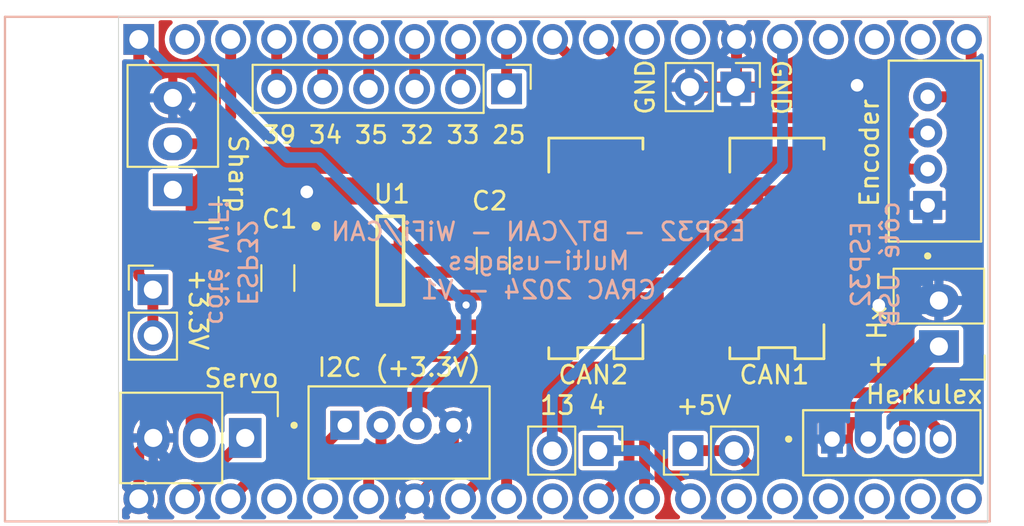
<source format=kicad_pcb>
(kicad_pcb (version 20221018) (generator pcbnew)
  (layers (0 "F.Cu" signal "Top Layer") (31 "B.Cu" signal "Bottom Layer") (34 "B.Paste" user "Bottom Paste") (35 "F.Paste" user "Top Paste") (36 "B.SilkS" user "Bottom Overlay") (37 "F.SilkS" user "Top Overlay") (38 "B.Mask" user "Bottom Solder") (39 "F.Mask" user "Top Solder") (44 "Edge.Cuts" user))
  (property "DOCUMENTNUMBER" "V0")
  (property "PAGESETUP" "Record=PageOptions¦CenterHorizontal=True¦CenterVertical=True¦PrintScale=0.91¦XCorrection=1.00¦YCorrection=1.00¦PrintKind=1¦BorderSize=5000000¦LeftOffset=0¦BottomOffset=0¦Orientation=2¦PaperLength=1000¦PaperWidth=1000¦Scale=100¦PaperSource=7¦PrintQuality=-3¦MediaType=1¦DitherType=10¦PrintScaleMode=1¦PaperKind=Letter¦PaperIndex=1")
  (property "PROJECT" "CaptCouleur")
  (property "SHEETTOTAL" "1")
  (net 0 "")
  (net 1 "+3,3")
  (net 2 "/CAN_L")
  (net 3 "/CAN_H")
  (net 4 "E5V")
  (net 5 "GND")
  (net 6 "/TX CAN")
  (net 7 "/RX CAN")
  (net 23 "/Sharp")
  (net 24 "/B")
  (net 25 "/A")
  (net 26 "/SCL")
  (net 27 "/SDA")
  (net 28 "/TX")
  (net 29 "/RX")
  (net 30 "/V_Hx")
  (net 31 "/Servo")
  (net 32 "/IO13")
  (net 33 "/39")
  (net 34 "/34")
  (net 35 "/35")
  (net 36 "/32")
  (net 37 "/33")
  (net 38 "/25")
  (net 39 "/IO4")
  (footprint "Connector_PinHeader_2.54mm:PinHeader_1x02_P2.54mm_Vertical" (layer "F.Cu") (at 139.2177 116.2636 90)
    (fp_text reference "J7" hide)
    (fp_text value "+5V" (at 2.5 0.875 180) (layer "F.SilkS"))
    (fp_line (start -1.33 -1.33) (end 0 -1.33) (stroke (width 0.12)) (layer "F.SilkS"))
    (fp_line (start -1.33 0) (end -1.33 -1.33) (stroke (width 0.12)) (layer "F.SilkS"))
    (fp_line (start -1.33 1.27) (end -1.33 3.87) (stroke (width 0.12)) (layer "F.SilkS"))
    (fp_line (start -1.33 1.27) (end 1.33 1.27) (stroke (width 0.12)) (layer "F.SilkS"))
    (fp_line (start -1.33 3.87) (end 1.33 3.87) (stroke (width 0.12)) (layer "F.SilkS"))
    (fp_line (start 1.33 1.27) (end 1.33 3.87) (stroke (width 0.12)) (layer "F.SilkS"))
    (pad "1" thru_hole rect (at 0 0 90) (size 1.7 1.7) (drill 1) (layers "*.Cu" "*.Mask") (net 4 "E5V"))
    (pad "2" thru_hole oval (at 0 2.54 90) (size 1.7 1.7) (drill 1) (layers "*.Cu" "*.Mask") (net 4 "E5V"))
  )
  (footprint "Capacitor_SMD:C_1206_3216Metric_Pad1.33x1.80mm_HandSolder" (layer "F.Cu") (at 116.559631 106.7223 -90)
    (fp_text reference "C1" (at -3.2625 -0.1) (layer "F.SilkS"))
    (fp_text value "100nF" hide)
    (fp_line (start -0.711252 -0.91) (end 0.711252 -0.91) (stroke (width 0.12)) (layer "F.SilkS"))
    (fp_line (start -0.711252 0.91) (end 0.711252 0.91) (stroke (width 0.12)) (layer "F.SilkS"))
    (pad "1" smd roundrect (at -1.5625 0 270) (size 1.325 1.8) (layers "F.Cu" "F.Paste" "F.Mask") (roundrect_rratio 0.1886792453) (net 5 "GND"))
    (pad "2" smd roundrect (at 1.5625 0 270) (size 1.325 1.8) (layers "F.Cu" "F.Paste" "F.Mask") (roundrect_rratio 0.1886792453) (net 4 "E5V"))
  )
  (footprint "Capacitor_SMD:C_1206_3216Metric_Pad1.33x1.80mm_HandSolder" (layer "F.Cu") (at 128.459631 105.7598 -90)
    (fp_text reference "C2" (at -3.3 0.2) (layer "F.SilkS"))
    (fp_text value "100nF" hide)
    (fp_line (start -0.711252 -0.91) (end 0.711252 -0.91) (stroke (width 0.12)) (layer "F.SilkS"))
    (fp_line (start -0.711252 0.91) (end 0.711252 0.91) (stroke (width 0.12)) (layer "F.SilkS"))
    (pad "1" smd roundrect (at -1.5625 0 270) (size 1.325 1.8) (layers "F.Cu" "F.Paste" "F.Mask") (roundrect_rratio 0.1886792453) (net 5 "GND"))
    (pad "2" smd roundrect (at 1.5625 0 270) (size 1.325 1.8) (layers "F.Cu" "F.Paste" "F.Mask") (roundrect_rratio 0.1886792453) (net 1 "+3,3"))
  )
  (footprint "0_FootprintGe2:SEEED_110990030" (layer "F.Cu") (at 123.2577 114.8636)
    (fp_text reference "J3" hide)
    (fp_text value "I2C (+3.3V)" (at 0 -3.2) (layer "F.SilkS"))
    (fp_line (start -5 -2.15) (end 5 -2.15) (stroke (width 0.127)) (layer "F.SilkS"))
    (fp_line (start -5 2.95) (end -5 -2.15) (stroke (width 0.127)) (layer "F.SilkS"))
    (fp_line (start 5 -2.15) (end 5 2.95) (stroke (width 0.127)) (layer "F.SilkS"))
    (fp_line (start 5 2.95) (end -5 2.95) (stroke (width 0.127)) (layer "F.SilkS"))
    (fp_circle (center -5.8 0) (end -5.7 0) (stroke (width 0.2)) (fill none) (layer "F.SilkS"))
    (pad "1" thru_hole rect (at -3 0) (size 1.6 1.6) (drill 0.8) (layers "*.Cu" "*.Mask") (net 26 "/SCL"))
    (pad "2" thru_hole circle (at -1 0) (size 1.6 1.6) (drill 0.8) (layers "*.Cu" "*.Mask") (net 27 "/SDA"))
    (pad "3" thru_hole circle (at 1 0) (size 1.6 1.6) (drill 0.8) (layers "*.Cu" "*.Mask") (net 1 "+3,3"))
    (pad "4" thru_hole circle (at 3 0) (size 1.6 1.6) (drill 0.8) (layers "*.Cu" "*.Mask") (net 5 "GND"))
  )
  (footprint "C:_ProgramData_Altium_Altium Designer {91CCA5E7-F8A9-4A8E-AA86-1D88F44FA42C}_VaultsFileCache_B7D15EC3-160A-466F-A46C-7801FE6295A7_FB88017A-93AF-48E0-A4ED-AC0901C9B691_Released_FP-C04-057-SN-IPC_A.PcbLib_FP-C04-057-SN-IPC_A" (layer "F.Cu") (at 122.775231 105.7586)
    (fp_text reference "U1" (at -1.0156 -3.0988 unlocked) (layer "F.SilkS") (effects (justify left bottom)))
    (fp_text value "MCP2562FDT-E/SN" hide)
    (fp_line (start -0.728998 -2.45) (end 0.728998 -2.45) (stroke (width 0.2)) (layer "F.SilkS"))
    (fp_line (start -0.728998 2.45) (end -0.728998 -2.45) (stroke (width 0.2)) (layer "F.SilkS"))
    (fp_line (start -0.728998 2.45) (end 0.728998 2.45) (stroke (width 0.2)) (layer "F.SilkS"))
    (fp_line (start 0.728998 2.45) (end 0.728998 -2.45) (stroke (width 0.2)) (layer "F.SilkS"))
    (fp_circle (center -4.106065 -1.905) (end -4.106065 -2.03) (stroke (width 0.25)) (fill none) (layer "F.SilkS"))
    (pad "1" smd rect (at -2.417531 -1.905) (size 2.377069 0.622132) (layers "F.Cu" "F.Paste" "F.Mask") (net 6 "/TX CAN"))
    (pad "2" smd roundrect (at -2.417531 -0.635) (size 2.377069 0.622132) (layers "F.Cu" "F.Paste" "F.Mask") (roundrect_rratio 0.5) (net 5 "GND"))
    (pad "3" smd roundrect (at -2.417531 0.635) (size 2.377069 0.622132) (layers "F.Cu" "F.Paste" "F.Mask") (roundrect_rratio 0.5) (net 4 "E5V"))
    (pad "4" smd roundrect (at -2.417531 1.905) (size 2.377069 0.622132) (layers "F.Cu" "F.Paste" "F.Mask") (roundrect_rratio 0.5) (net 7 "/RX CAN"))
    (pad "5" smd roundrect (at 2.417531 1.905) (size 2.377069 0.622132) (layers "F.Cu" "F.Paste" "F.Mask") (roundrect_rratio 0.5) (net 1 "+3,3"))
    (pad "6" smd roundrect (at 2.417531 0.635) (size 2.377069 0.622132) (layers "F.Cu" "F.Paste" "F.Mask") (roundrect_rratio 0.5) (net 2 "/CAN_L"))
    (pad "7" smd roundrect (at 2.417531 -0.635) (size 2.377069 0.622132) (layers "F.Cu" "F.Paste" "F.Mask") (roundrect_rratio 0.5) (net 3 "/CAN_H"))
    (pad "8" smd roundrect (at 2.417531 -1.905) (size 2.377069 0.622132) (layers "F.Cu" "F.Paste" "F.Mask") (roundrect_rratio 0.5) (net 5 "GND"))
  )
  (footprint "micromatch 8P.PcbLib:MM 8 CMS F" (layer "F.Cu") (at 131.876635 109.528808 -90)
    (fp_text reference "JP2" hide)
    (fp_text value "CAN2" (at 3.134792 -0.081065 unlocked) (layer "F.SilkS") (effects (justify left bottom)))
    (fp_line (start -10.545 0.349999) (end -10.545 -4.850001) (stroke (width 0.1524)) (layer "F.SilkS"))
    (fp_line (start -9.9314 -4.850001) (end -10.545 -4.850001) (stroke (width 0.1524)) (layer "F.SilkS"))
    (fp_line (start -8.6614 0.349999) (end -10.545 0.349999) (stroke (width 0.1524)) (layer "F.SilkS"))
    (fp_line (start 1.0414 -1.25) (end 1.0414 -3.250001) (stroke (width 0.1524)) (layer "F.SilkS"))
    (fp_line (start 1.655001 -4.850001) (end -0.2286 -4.850001) (stroke (width 0.1524)) (layer "F.SilkS"))
    (fp_line (start 1.655001 -3.250001) (end 1.0414 -3.250001) (stroke (width 0.1524)) (layer "F.SilkS"))
    (fp_line (start 1.655001 -3.250001) (end 1.655001 -4.850001) (stroke (width 0.1524)) (layer "F.SilkS"))
    (fp_line (start 1.655001 -1.25) (end 1.0414 -1.25) (stroke (width 0.1524)) (layer "F.SilkS"))
    (fp_line (start 1.655001 0.349999) (end 1.0414 0.349999) (stroke (width 0.1524)) (layer "F.SilkS"))
    (fp_line (start 1.655001 0.349999) (end 1.655001 -1.25) (stroke (width 0.1524)) (layer "F.SilkS"))
    (pad "1" smd rect (at 0 0 270) (size 1.5 3) (layers "F.Cu" "F.Paste" "F.Mask") (net 4 "E5V"))
    (pad "2" smd rect (at -1.27 -4.500001 270) (size 1.5 3) (layers "F.Cu" "F.Paste" "F.Mask") (net 5 "GND"))
    (pad "3" smd rect (at -2.54 0 270) (size 1.5 3) (layers "F.Cu" "F.Paste" "F.Mask") (net 2 "/CAN_L"))
    (pad "4" smd rect (at -3.81 -4.500001 270) (size 1.5 3) (layers "F.Cu" "F.Paste" "F.Mask") (net 3 "/CAN_H"))
    (pad "5" smd rect (at -5.08 0 270) (size 1.5 3) (layers "F.Cu" "F.Paste" "F.Mask") (net 3 "/CAN_H"))
    (pad "6" smd rect (at -6.35 -4.500001 270) (size 1.5 3) (layers "F.Cu" "F.Paste" "F.Mask") (net 2 "/CAN_L"))
    (pad "7" smd rect (at -7.62 0 270) (size 1.499997 3) (layers "F.Cu" "F.Paste" "F.Mask") (net 5 "GND"))
    (pad "8" smd rect (at -8.89 -4.500001 270) (size 1.499997 3) (layers "F.Cu" "F.Paste" "F.Mask") (net 4 "E5V"))
  )
  (footprint "Connector_PinHeader_2.54mm:PinHeader_1x02_P2.54mm_Vertical" (layer "F.Cu") (at 134.2577 116.2636 -90)
    (fp_text reference "J9" hide)
    (fp_text value "13 4" (at -2.5 1.4) (layer "F.SilkS"))
    (fp_line (start -1.33 -1.33) (end 0 -1.33) (stroke (width 0.12)) (layer "F.SilkS"))
    (fp_line (start -1.33 0) (end -1.33 -1.33) (stroke (width 0.12)) (layer "F.SilkS"))
    (fp_line (start -1.33 1.27) (end -1.33 3.87) (stroke (width 0.12)) (layer "F.SilkS"))
    (fp_line (start -1.33 1.27) (end 1.33 1.27) (stroke (width 0.12)) (layer "F.SilkS"))
    (fp_line (start -1.33 3.87) (end 1.33 3.87) (stroke (width 0.12)) (layer "F.SilkS"))
    (fp_line (start 1.33 1.27) (end 1.33 3.87) (stroke (width 0.12)) (layer "F.SilkS"))
    (pad "1" thru_hole rect (at 0 0 270) (size 1.7 1.7) (drill 1) (layers "*.Cu" "*.Mask") (net 39 "/IO4"))
    (pad "2" thru_hole oval (at 0 2.54 270) (size 1.7 1.7) (drill 1) (layers "*.Cu" "*.Mask") (net 32 "/IO13"))
  )
  (footprint "Connector_PinHeader_2.54mm:PinHeader_1x02_P2.54mm_Vertical" (layer "F.Cu") (at 109.6577 107.3636)
    (fp_text reference "J8" hide)
    (fp_text value "+3.3V" (at 2.5 1.1 -90 unlocked) (layer "F.SilkS"))
    (fp_line (start -1.33 -1.33) (end 0 -1.33) (stroke (width 0.12)) (layer "F.SilkS"))
    (fp_line (start -1.33 0) (end -1.33 -1.33) (stroke (width 0.12)) (layer "F.SilkS"))
    (fp_line (start -1.33 1.27) (end -1.33 3.87) (stroke (width 0.12)) (layer "F.SilkS"))
    (fp_line (start -1.33 1.27) (end 1.33 1.27) (stroke (width 0.12)) (layer "F.SilkS"))
    (fp_line (start -1.33 3.87) (end 1.33 3.87) (stroke (width 0.12)) (layer "F.SilkS"))
    (fp_line (start 1.33 1.27) (end 1.33 3.87) (stroke (width 0.12)) (layer "F.SilkS"))
    (pad "1" thru_hole rect (at 0 0) (size 1.7 1.7) (drill 1) (layers "*.Cu" "*.Mask") (net 1 "+3,3"))
    (pad "2" thru_hole oval (at 0 2.54) (size 1.7 1.7) (drill 1) (layers "*.Cu" "*.Mask") (net 1 "+3,3"))
  )
  (footprint "FootprintGamelGe2_v6:Autocom3" (layer "F.Cu") (at 110.7577 101.8436 180)
    (fp_text reference "J10" hide)
    (fp_text value "Sharp" (at -3.6 0.88 270 unlocked) (layer "F.SilkS"))
    (fp_line (start -2.53 -1.8) (end -1.2 -1.8) (stroke (width 0.12)) (layer "F.SilkS"))
    (fp_line (start -2.53 -0.4) (end -2.53 -1.73) (stroke (width 0.12)) (layer "F.SilkS"))
    (fp_line (start -2.5 1.27) (end -2.5 6.9) (stroke (width 0.12)) (layer "F.SilkS"))
    (fp_line (start -2.5 1.27) (end 2.5 1.27) (stroke (width 0.12)) (layer "F.SilkS"))
    (fp_line (start -2.5 6.9) (end 2.5 6.9) (stroke (width 0.12)) (layer "F.SilkS"))
    (fp_line (start 2.5 1.27) (end 2.5 6.9) (stroke (width 0.12)) (layer "F.SilkS"))
    (pad "1" thru_hole rect (at 0 0 180) (size 2.2 1.8) (drill 1) (layers "*.Cu" "*.Mask") (net 4 "E5V"))
    (pad "2" thru_hole oval (at 0 2.54 180) (size 2.2 1.8) (drill 1) (layers "*.Cu" "*.Mask") (net 23 "/Sharp"))
    (pad "3" thru_hole oval (at 0 5.08 180) (size 2.2 1.8) (drill 1) (layers "*.Cu" "*.Mask") (net 5 "GND"))
  )
  (footprint "FootprintGamelGe2_v6:Autocom2" (layer "F.Cu") (at 153.076635 110.5061 180)
    (fp_text reference "J5" hide)
    (fp_text value "+ Hx -" (at 3.418935 1.305208 90) (layer "F.SilkS"))
    (fp_line (start -2.53 -1.83) (end -1.2 -1.83) (stroke (width 0.12)) (layer "F.SilkS"))
    (fp_line (start -2.53 -0.5) (end -2.53 -1.83) (stroke (width 0.12)) (layer "F.SilkS"))
    (fp_line (start -2.5 1.27) (end 2.5 1.27) (stroke (width 0.12)) (layer "F.SilkS"))
    (fp_line (start -2.5 1.3) (end -2.5 4.3) (stroke (width 0.12)) (layer "F.SilkS"))
    (fp_line (start -2.5 4.3) (end 2.5 4.3) (stroke (width 0.12)) (layer "F.SilkS"))
    (fp_line (start 2.5 1.27) (end 2.5 4.3) (stroke (width 0.12)) (layer "F.SilkS"))
    (pad "1" thru_hole rect (at 0 0 180) (size 2.2 1.8) (drill 1) (layers "*.Cu" "*.Mask") (net 30 "/V_Hx"))
    (pad "2" thru_hole oval (at 0 2.54 180) (size 2.2 1.8) (drill 1) (layers "*.Cu" "*.Mask") (net 5 "GND"))
  )
  (footprint "FootprintGamelGe2_v6:Autocom3" (layer "F.Cu") (at 114.7577 115.5636 -90)
    (fp_text reference "J6" hide)
    (fp_text value "Servo" (at -3.3 0.2 -180) (layer "F.SilkS"))
    (fp_line (start -2.53 -1.8) (end -1.2 -1.8) (stroke (width 0.12)) (layer "F.SilkS"))
    (fp_line (start -2.53 -0.4) (end -2.53 -1.73) (stroke (width 0.12)) (layer "F.SilkS"))
    (fp_line (start -2.5 1.27) (end -2.5 6.9) (stroke (width 0.12)) (layer "F.SilkS"))
    (fp_line (start -2.5 1.27) (end 2.5 1.27) (stroke (width 0.12)) (layer "F.SilkS"))
    (fp_line (start -2.5 6.9) (end 2.5 6.9) (stroke (width 0.12)) (layer "F.SilkS"))
    (fp_line (start 2.5 1.27) (end 2.5 6.9) (stroke (width 0.12)) (layer "F.SilkS"))
    (pad "1" thru_hole rect (at 0 0 270) (size 2.2 1.8) (drill 1) (layers "*.Cu" "*.Mask") (net 31 "/Servo"))
    (pad "2" thru_hole oval (at 0 2.54 270) (size 2.2 1.8) (drill 1) (layers "*.Cu" "*.Mask") (net 4 "E5V"))
    (pad "3" thru_hole oval (at 0 5.08 270) (size 2.2 1.8) (drill 1) (layers "*.Cu" "*.Mask") (net 5 "GND"))
  )
  (footprint "micromatch 8P.PcbLib:MM 8 CMS F" (layer "F.Cu") (at 141.876635 109.528808 -90)
    (fp_text reference "JP1" hide)
    (fp_text value "CAN1" (at 3.134792 -0.081065 unlocked) (layer "F.SilkS") (effects (justify left bottom)))
    (fp_line (start -10.545 0.349999) (end -10.545 -4.850001) (stroke (width 0.1524)) (layer "F.SilkS"))
    (fp_line (start -9.9314 -4.850001) (end -10.545 -4.850001) (stroke (width 0.1524)) (layer "F.SilkS"))
    (fp_line (start -8.6614 0.349999) (end -10.545 0.349999) (stroke (width 0.1524)) (layer "F.SilkS"))
    (fp_line (start 1.0414 -1.25) (end 1.0414 -3.250002) (stroke (width 0.1524)) (layer "F.SilkS"))
    (fp_line (start 1.655001 -4.850001) (end -0.2286 -4.850001) (stroke (width 0.1524)) (layer "F.SilkS"))
    (fp_line (start 1.655001 -3.250002) (end 1.0414 -3.250002) (stroke (width 0.1524)) (layer "F.SilkS"))
    (fp_line (start 1.655001 -3.250002) (end 1.655001 -4.850001) (stroke (width 0.1524)) (layer "F.SilkS"))
    (fp_line (start 1.655001 -1.25) (end 1.0414 -1.25) (stroke (width 0.1524)) (layer "F.SilkS"))
    (fp_line (start 1.655001 0.349999) (end 1.0414 0.349999) (stroke (width 0.1524)) (layer "F.SilkS"))
    (fp_line (start 1.655001 0.349999) (end 1.655001 -1.25) (stroke (width 0.1524)) (layer "F.SilkS"))
    (pad "1" smd rect (at 0 0 270) (size 1.5 3) (layers "F.Cu" "F.Paste" "F.Mask") (net 4 "E5V"))
    (pad "2" smd rect (at -1.27 -4.500002 270) (size 1.5 3) (layers "F.Cu" "F.Paste" "F.Mask") (net 5 "GND"))
    (pad "3" smd rect (at -2.54 0 270) (size 1.5 3) (layers "F.Cu" "F.Paste" "F.Mask") (net 2 "/CAN_L"))
    (pad "4" smd rect (at -3.81 -4.500002 270) (size 1.5 3) (layers "F.Cu" "F.Paste" "F.Mask") (net 3 "/CAN_H"))
    (pad "5" smd rect (at -5.08 0 270) (size 1.5 3) (layers "F.Cu" "F.Paste" "F.Mask") (net 3 "/CAN_H"))
    (pad "6" smd rect (at -6.35 -4.500002 270) (size 1.5 3) (layers "F.Cu" "F.Paste" "F.Mask") (net 2 "/CAN_L"))
    (pad "7" smd rect (at -7.62 0 270) (size 1.499997 3) (layers "F.Cu" "F.Paste" "F.Mask") (net 5 "GND"))
    (pad "8" smd rect (at -8.89 -4.500002 270) (size 1.499997 3) (layers "F.Cu" "F.Paste" "F.Mask") (net 4 "E5V"))
  )
  (footprint "0_FootprintGe2:TE_292161-4" (layer "F.Cu") (at 147.176635 115.628808)
    (fp_text reference "J4" hide)
    (fp_text value "Herkulex" (at 5.081065 -2.465208) (layer "F.SilkS"))
    (fp_line (start -1.6 2) (end -1.6 -1.6) (stroke (width 0.127)) (layer "F.SilkS"))
    (fp_line (start 8.2 -1.6) (end -1.6 -1.6) (stroke (width 0.127)) (layer "F.SilkS"))
    (fp_line (start 8.2 -1.6) (end 8.2 2) (stroke (width 0.127)) (layer "F.SilkS"))
    (fp_line (start 8.2 2) (end -1.6 2) (stroke (width 0.127)) (layer "F.SilkS"))
    (fp_circle (center -2.4 0) (end -2.3 0) (stroke (width 0.2)) (fill none) (layer "F.SilkS"))
    (pad "1" thru_hole rect (at 0 0) (size 1.2 1.6) (drill 0.85) (layers "*.Cu" "*.Mask") (net 5 "GND"))
    (pad "2" thru_hole oval (at 2 0) (size 1.2 1.6) (drill 0.85) (layers "*.Cu" "*.Mask") (net 30 "/V_Hx"))
    (pad "3" thru_hole oval (at 4 0) (size 1.2 1.6) (drill 0.85) (layers "*.Cu" "*.Mask") (net 29 "/RX"))
    (pad "4" thru_hole oval (at 6 0) (size 1.2 1.6) (drill 0.85) (layers "*.Cu" "*.Mask") (net 28 "/TX"))
  )
  (footprint "Connector_PinHeader_2.54mm:PinHeader_1x06_P2.54mm_Vertical" (layer "F.Cu") (at 129.1977 96.2636 -90)
    (fp_text reference "J1" hide)
    (fp_text value "Conn_01x06" hide)
    (fp_line (start -1.33 -1.33) (end 0 -1.33) (stroke (width 0.12)) (layer "F.SilkS"))
    (fp_line (start -1.33 0) (end -1.33 -1.33) (stroke (width 0.12)) (layer "F.SilkS"))
    (fp_line (start -1.33 1.27) (end -1.33 14.03) (stroke (width 0.12)) (layer "F.SilkS"))
    (fp_line (start -1.33 1.27) (end 1.33 1.27) (stroke (width 0.12)) (layer "F.SilkS"))
    (fp_line (start -1.33 14.03) (end 1.33 14.03) (stroke (width 0.12)) (layer "F.SilkS"))
    (fp_line (start 1.33 1.27) (end 1.33 14.03) (stroke (width 0.12)) (layer "F.SilkS"))
    (pad "1" thru_hole rect (at 0 0 270) (size 1.7 1.7) (drill 1) (layers "*.Cu" "*.Mask") (net 38 "/25"))
    (pad "2" thru_hole oval (at 0 2.54 270) (size 1.7 1.7) (drill 1) (layers "*.Cu" "*.Mask") (net 37 "/33"))
    (pad "3" thru_hole oval (at 0 5.08 270) (size 1.7 1.7) (drill 1) (layers "*.Cu" "*.Mask") (net 36 "/32"))
    (pad "4" thru_hole oval (at 0 7.62 270) (size 1.7 1.7) (drill 1) (layers "*.Cu" "*.Mask") (net 35 "/35"))
    (pad "5" thru_hole oval (at 0 10.16 270) (size 1.7 1.7) (drill 1) (layers "*.Cu" "*.Mask") (net 34 "/34"))
    (pad "6" thru_hole oval (at 0 12.7 270) (size 1.7 1.7) (drill 1) (layers "*.Cu" "*.Mask") (net 33 "/39"))
  )
  (footprint "Connector_PinHeader_2.54mm:PinHeader_1x02_P2.54mm_Vertical" (layer "F.Cu") (at 141.8577 96.1636 -90)
    (fp_text reference "J11" hide)
    (fp_text value "GND" (at 0 5 90 unlocked) (layer "F.SilkS"))
    (fp_line (start -1.33 -1.33) (end 0 -1.33) (stroke (width 0.12)) (layer "F.SilkS"))
    (fp_line (start -1.33 0) (end -1.33 -1.33) (stroke (width 0.12)) (layer "F.SilkS"))
    (fp_line (start -1.33 1.27) (end -1.33 3.87) (stroke (width 0.12)) (layer "F.SilkS"))
    (fp_line (start -1.33 1.27) (end 1.33 1.27) (stroke (width 0.12)) (layer "F.SilkS"))
    (fp_line (start -1.33 3.87) (end 1.33 3.87) (stroke (width 0.12)) (layer "F.SilkS"))
    (fp_line (start 1.33 1.27) (end 1.33 3.87) (stroke (width 0.12)) (layer "F.SilkS"))
    (pad "1" thru_hole rect (at 0 0 270) (size 1.7 1.7) (drill 1) (layers "*.Cu" "*.Mask") (net 5 "GND"))
    (pad "2" thru_hole oval (at 0 2.54 270) (size 1.7 1.7) (drill 1) (layers "*.Cu" "*.Mask") (net 5 "GND"))
  )
  (footprint "0_FootprintGe2:SEEED_110990030" (layer "F.Cu") (at 152.4577 99.7011 90)
    (fp_text reference "J2" hide)
    (fp_text value "Encoder" (at -0.1 -3.217004 90) (layer "F.SilkS"))
    (fp_line (start -5 -2.15) (end 5 -2.15) (stroke (width 0.127)) (layer "F.SilkS"))
    (fp_line (start -5 2.95) (end -5 -2.15) (stroke (width 0.127)) (layer "F.SilkS"))
    (fp_line (start 5 -2.15) (end 5 2.95) (stroke (width 0.127)) (layer "F.SilkS"))
    (fp_line (start 5 2.95) (end -5 2.95) (stroke (width 0.127)) (layer "F.SilkS"))
    (fp_circle (center -5.8 0) (end -5.7 0) (stroke (width 0.2)) (fill none) (layer "F.SilkS"))
    (pad "1" thru_hole rect (at -3 0 90) (size 1.6 1.6) (drill 0.8) (layers "*.Cu" "*.Mask") (net 5 "GND"))
    (pad "2" thru_hole circle (at -1 0 90) (size 1.6 1.6) (drill 0.8) (layers "*.Cu" "*.Mask") (net 24 "/B"))
    (pad "3" thru_hole circle (at 1 0 90) (size 1.6 1.6) (drill 0.8) (layers "*.Cu" "*.Mask") (net 25 "/A"))
    (pad "4" thru_hole circle (at 3 0 90) (size 1.6 1.6) (drill 0.8) (layers "*.Cu" "*.Mask") (net 4 "E5V"))
  )
  (footprint "0_FootprintGe2:MODULE_ESP32-DEVKITC-32D" (layer "B.Cu") (at 128.636635 106.228808 -90)
    (fp_text reference "U2" hide)
    (fp_text value "ESP32-DEVKITC-32D")
    (fp_line (start -13.95 -27.25) (end -13.95 27.15) (stroke (width 0.127)) (layer "B.SilkS"))
    (fp_line (start -13.95 27.15) (end 13.95 27.15) (stroke (width 0.127)) (layer "B.SilkS"))
    (fp_line (start 13.95 -27.25) (end -13.95 -27.25) (stroke (width 0.127)) (layer "B.SilkS"))
    (fp_line (start 13.95 27.15) (end 13.95 -27.25) (stroke (width 0.127)) (layer "B.SilkS"))
    (pad "1" thru_hole rect locked (at -12.7 19.76 270) (size 1.7 1.7) (drill 1.04) (layers "*.Cu" "*.Mask") (net 1 "+3,3"))
    (pad "2" thru_hole circle locked (at -12.7 17.22 270) (size 1.7 1.7) (drill 1.04) (layers "*.Cu" "*.Mask"))
    (pad "3" thru_hole circle locked (at -12.7 14.68 270) (size 1.7 1.7) (drill 1.04) (layers "*.Cu" "*.Mask") (net 23 "/Sharp"))
    (pad "4" thru_hole circle locked (at -12.7 12.14 270) (size 1.7 1.7) (drill 1.04) (layers "*.Cu" "*.Mask") (net 33 "/39"))
    (pad "5" thru_hole circle locked (at -12.7 9.6 270) (size 1.7 1.7) (drill 1.04) (layers "*.Cu" "*.Mask") (net 34 "/34"))
    (pad "6" thru_hole circle locked (at -12.7 7.06 270) (size 1.7 1.7) (drill 1.04) (layers "*.Cu" "*.Mask") (net 35 "/35"))
    (pad "7" thru_hole circle locked (at -12.7 4.52 270) (size 1.7 1.7) (drill 1.04) (layers "*.Cu" "*.Mask") (net 36 "/32"))
    (pad "8" thru_hole circle locked (at -12.7 1.98 270) (size 1.7 1.7) (drill 1.04) (layers "*.Cu" "*.Mask") (net 37 "/33"))
    (pad "9" thru_hole circle locked (at -12.7 -0.56 270) (size 1.7 1.7) (drill 1.04) (layers "*.Cu" "*.Mask") (net 38 "/25"))
    (pad "10" thru_hole circle locked (at -12.7 -3.1 270) (size 1.7 1.7) (drill 1.04) (layers "*.Cu" "*.Mask") (net 24 "/B"))
    (pad "11" thru_hole circle locked (at -12.7 -5.64 270) (size 1.7 1.7) (drill 1.04) (layers "*.Cu" "*.Mask") (net 25 "/A"))
    (pad "12" thru_hole circle locked (at -12.7 -8.18 270) (size 1.7 1.7) (drill 1.04) (layers "*.Cu" "*.Mask"))
    (pad "13" thru_hole circle locked (at -12.7 -10.72 270) (size 1.7 1.7) (drill 1.04) (layers "*.Cu" "*.Mask"))
    (pad "14" thru_hole circle locked (at -12.7 -13.26 270) (size 1.7 1.7) (drill 1.04) (layers "*.Cu" "*.Mask") (net 5 "GND"))
    (pad "15" thru_hole circle locked (at -12.7 -15.8 270) (size 1.7 1.7) (drill 1.04) (layers "*.Cu" "*.Mask") (net 32 "/IO13"))
    (pad "16" thru_hole circle locked (at -12.7 -18.34 270) (size 1.7 1.7) (drill 1.04) (layers "*.Cu" "*.Mask"))
    (pad "17" thru_hole circle locked (at -12.7 -20.88 270) (size 1.7 1.7) (drill 1.04) (layers "*.Cu" "*.Mask"))
    (pad "18" thru_hole circle locked (at -12.7 -23.42 270) (size 1.7 1.7) (drill 1.04) (layers "*.Cu" "*.Mask"))
    (pad "19" thru_hole circle locked (at -12.7 -25.96 270) (size 1.7 1.7) (drill 1.04) (layers "*.Cu" "*.Mask") (net 4 "E5V"))
    (pad "20" thru_hole circle locked (at 12.7 19.76 270) (size 1.7 1.7) (drill 1.04) (layers "*.Cu" "*.Mask") (net 5 "GND"))
    (pad "21" thru_hole circle locked (at 12.7 17.22 270) (size 1.7 1.7) (drill 1.04) (layers "*.Cu" "*.Mask") (net 31 "/Servo"))
    (pad "22" thru_hole circle locked (at 12.7 14.68 270) (size 1.7 1.7) (drill 1.04) (layers "*.Cu" "*.Mask") (net 26 "/SCL"))
    (pad "23" thru_hole circle locked (at 12.7 12.14 270) (size 1.7 1.7) (drill 1.04) (layers "*.Cu" "*.Mask"))
    (pad "24" thru_hole circle locked (at 12.7 9.6 270) (size 1.7 1.7) (drill 1.04) (layers "*.Cu" "*.Mask"))
    (pad "25" thru_hole circle locked (at 12.7 7.06 270) (size 1.7 1.7) (drill 1.04) (layers "*.Cu" "*.Mask") (net 27 "/SDA"))
    (pad "26" thru_hole circle locked (at 12.7 4.52 270) (size 1.7 1.7) (drill 1.04) (layers "*.Cu" "*.Mask") (net 5 "GND"))
    (pad "27" thru_hole circle locked (at 12.7 1.98 270) (size 1.7 1.7) (drill 1.04) (layers "*.Cu" "*.Mask") (net 6 "/TX CAN"))
    (pad "28" thru_hole circle locked (at 12.7 -0.56 270) (size 1.7 1.7) (drill 1.04) (layers "*.Cu" "*.Mask") (net 7 "/RX CAN"))
    (pad "29" thru_hole circle locked (at 12.7 -3.1 270) (size 1.7 1.7) (drill 1.04) (layers "*.Cu" "*.Mask"))
    (pad "30" thru_hole circle locked (at 12.7 -5.64 270) (size 1.7 1.7) (drill 1.04) (layers "*.Cu" "*.Mask") (net 28 "/TX"))
    (pad "31" thru_hole circle locked (at 12.7 -8.18 270) (size 1.7 1.7) (drill 1.04) (layers "*.Cu" "*.Mask") (net 29 "/RX"))
    (pad "32" thru_hole circle locked (at 12.7 -10.72 270) (size 1.7 1.7) (drill 1.04) (layers "*.Cu" "*.Mask") (net 39 "/IO4"))
    (pad "33" thru_hole circle locked (at 12.7 -13.26 270) (size 1.7 1.7) (drill 1.04) (layers "*.Cu" "*.Mask"))
    (pad "34" thru_hole circle locked (at 12.7 -15.8 270) (size 1.7 1.7) (drill 1.04) (layers "*.Cu" "*.Mask"))
    (pad "35" thru_hole circle locked (at 12.7 -18.34 270) (size 1.7 1.7) (drill 1.04) (layers "*.Cu" "*.Mask"))
    (pad "36" thru_hole circle locked (at 12.7 -20.88 270) (size 1.7 1.7) (drill 1.04) (layers "*.Cu" "*.Mask"))
    (pad "37" thru_hole circle locked (at 12.7 -23.42 270) (size 1.7 1.7) (drill 1.04) (layers "*.Cu" "*.Mask"))
    (pad "38" thru_hole circle locked (at 12.7 -25.96 270) (size 1.7 1.7) (drill 1.04) (layers "*.Cu" "*.Mask"))
  )
  (gr_rect locked (start 107.7577 92.2636) (end 155.7577 120.2636) (stroke (width 0.05)) (fill none) (layer "Edge.Cuts"))
  (gr_text "ESP32\ncôté WiFi" (at 112.6577 105.8636 270) (layer "B.SilkS") (effects (font (size 1 1)) (justify bottom mirror)))
  (gr_text "ESP32\ncôté USB" (at 150.9577 105.9636 90) (layer "B.SilkS") (effects (font (size 1 1)) (justify bottom mirror)))
  (gr_text "ESP32 - BT/CAN - WiFi/CAN\nMulti-usages\nCRAC 2024 - V1" (at 130.9577 107.9636) (layer "B.SilkS") (effects (font (size 1 1)) (justify bottom mirror)))
  (gr_text "39 34 35 32 33 25" (at 115.6577 99.3636) (layer "F.SilkS") (effects (font (size 0.95 0.95)) (justify left bottom)))
  (gr_text "GND" (at 143.7577 94.5636 -90) (layer "F.SilkS") (effects (font (size 1 1)) (justify left bottom)))
  (segment (start 108.876635 106.582535) (end 108.876635 93.528808) (width 0.6) (layer "F.Cu") (net 1))
  (segment (start 109.6577 107.3636) (end 109.6577 109.9036) (width 0.6) (layer "F.Cu") (net 1))
  (segment (start 126.9577 107.6636) (end 126.9577 108.2136) (width 0.6) (layer "F.Cu") (net 1))
  (segment (start 125.192762 107.6636) (end 126.9577 107.6636) (width 0.6) (layer "F.Cu") (net 1))
  (segment (start 126.9577 107.6636) (end 128.118331 107.6636) (width 0.6) (layer "F.Cu") (net 1))
  (segment (start 109.6577 107.3636) (end 108.876635 106.582535) (width 0.6) (layer "F.Cu") (net 1))
  (segment (start 128.118331 107.6636) (end 128.459631 107.3223) (width 0.6) (layer "F.Cu") (net 1))
  (via blind (at 126.9577 108.2136) (size 1.2) (drill 0.4) (layers "F.Cu" "B.Cu") (net 1))
  (segment (start 108.876635 93.528808) (end 110.411427 95.0636) (width 0.6) (layer "B.Cu") (net 1))
  (segment (start 124.2577 112.9636) (end 124.2577 114.8636) (width 0.6) (layer "B.Cu") (net 1))
  (segment (start 118.8077 100.0636) (end 126.9577 108.2136) (width 0.6) (layer "B.Cu") (net 1))
  (segment (start 112.1077 95.0636) (end 117.1077 100.0636) (width 0.6) (layer "B.Cu") (net 1))
  (segment (start 110.411427 95.0636) (end 112.1077 95.0636) (width 0.6) (layer "B.Cu") (net 1))
  (segment (start 117.1077 100.0636) (end 118.8077 100.0636) (width 0.6) (layer "B.Cu") (net 1))
  (segment (start 126.9577 108.2136) (end 126.9577 110.2636) (width 0.6) (layer "B.Cu") (net 1))
  (segment (start 126.9577 110.2636) (end 124.2577 112.9636) (width 0.6) (layer "B.Cu") (net 1))
  (segment (start 146.376637 103.178808) (end 148.476637 103.178808) (width 0.6) (layer "F.Cu") (net 2))
  (segment (start 136.376636 103.178808) (end 146.376637 103.178808) (width 0.6) (layer "F.Cu") (net 2))
  (segment (start 127.492043 106.1598) (end 129.459631 106.1598) (width 0.6) (layer "F.Cu") (net 2))
  (segment (start 127.258243 106.3936) (end 127.492043 106.1598) (width 0.6) (layer "F.Cu") (net 2))
  (segment (start 149.189431 103.891602) (end 149.189431 106.1598) (width 0.6) (layer "F.Cu") (net 2))
  (segment (start 125.192762 106.3936) (end 127.258243 106.3936) (width 0.6) (layer "F.Cu") (net 2))
  (segment (start 148.476637 103.178808) (end 149.189431 103.891602) (width 0.6) (layer "F.Cu") (net 2))
  (segment (start 130.288639 106.988808) (end 131.876635 106.988808) (width 0.6) (layer "F.Cu") (net 2))
  (segment (start 141.876635 106.988808) (end 131.876635 106.988808) (width 0.6) (layer "F.Cu") (net 2))
  (segment (start 148.360423 106.988808) (end 141.876635 106.988808) (width 0.6) (layer "F.Cu") (net 2))
  (segment (start 132.146631 106.7288) (end 132.146631 106.4788) (width 0.4) (layer "F.Cu") (net 2))
  (segment (start 129.459631 106.1598) (end 130.288639 106.988808) (width 0.6) (layer "F.Cu") (net 2))
  (segment (start 149.189431 106.1598) (end 148.360423 106.988808) (width 0.6) (layer "F.Cu") (net 2))
  (segment (start 134.818639 105.718808) (end 133.548639 104.448808) (width 0.6) (layer "F.Cu") (net 3))
  (segment (start 129.459631 105.3598) (end 130.370623 104.448808) (width 0.6) (layer "F.Cu") (net 3))
  (segment (start 127.359631 105.3598) (end 129.459631 105.3598) (width 0.6) (layer "F.Cu") (net 3))
  (segment (start 130.370623 104.448808) (end 131.876635 104.448808) (width 0.6) (layer "F.Cu") (net 3))
  (segment (start 139.670623 104.448808) (end 141.876635 104.448808) (width 0.6) (layer "F.Cu") (net 3))
  (segment (start 146.376637 105.718808) (end 144.718639 105.718808) (width 0.6) (layer "F.Cu") (net 3))
  (segment (start 127.123431 105.1236) (end 127.359631 105.3598) (width 0.6) (layer "F.Cu") (net 3))
  (segment (start 144.718639 105.718808) (end 143.448639 104.448808) (width 0.6) (layer "F.Cu") (net 3))
  (segment (start 136.376636 105.718808) (end 134.818639 105.718808) (width 0.6) (layer "F.Cu") (net 3))
  (segment (start 136.376636 105.718808) (end 138.400623 105.718808) (width 0.6) (layer "F.Cu") (net 3))
  (segment (start 138.400623 105.718808) (end 139.670623 104.448808) (width 0.6) (layer "F.Cu") (net 3))
  (segment (start 125.192762 105.1236) (end 127.123431 105.1236) (width 0.6) (layer "F.Cu") (net 3))
  (segment (start 133.548639 104.448808) (end 131.876635 104.448808) (width 0.6) (layer "F.Cu") (net 3))
  (segment (start 143.448639 104.448808) (end 141.876635 104.448808) (width 0.6) (layer "F.Cu") (net 3))
  (segment (start 122.4577 108.49497) (end 124.07633 110.1136) (width 0.6) (layer "F.Cu") (net 4))
  (segment (start 154.8577 105.1636) (end 154.8577 116.1636) (width 0.6) (layer "F.Cu") (net 4))
  (segment (start 121.8877 106.3936) (end 122.4577 106.9636) (width 0.6) (layer "F.Cu") (net 4))
  (segment (start 131.876635 109.528808) (end 141.876635 109.528808) (width 0.6) (layer "F.Cu") (net 4))
  (segment (start 113.91249 100.20881) (end 145.946639 100.20881) (width 1.5) (layer "F.Cu") (net 4))
  (segment (start 151.0577 105.1636) (end 151.0577 108.9636) (width 0.6) (layer "F.Cu") (net 4))
  (segment (start 154.596635 93.528808) (end 154.8577 93.789873) (width 0.6) (layer "F.Cu") (net 4))
  (segment (start 154.8577 93.789873) (end 154.8577 96.6636) (width 0.6) (layer "F.Cu") (net 4))
  (segment (start 124.07633 110.1136) (end 131.291843 110.1136) (width 0.6) (layer "F.Cu") (net 4))
  (segment (start 142.8577 117.3636) (end 141.7577 116.2636) (width 0.6) (layer "F.Cu") (net 4))
  (segment (start 120.3577 106.3936) (end 121.8877 106.3936) (width 0.6) (layer "F.Cu") (net 4))
  (segment (start 112.2177 101.9036) (end 113.91249 100.20881) (width 1.5) (layer "F.Cu") (net 4))
  (segment (start 131.291843 110.1136) (end 131.876635 109.528808) (width 0.6) (layer "F.Cu") (net 4))
  (segment (start 112.2177 115.5636) (end 112.2177 101.9036) (width 1.5) (layer "F.Cu") (net 4))
  (segment (start 152.4577 96.7011) (end 154.8202 96.7011) (width 0.6) (layer "F.Cu") (net 4))
  (segment (start 146.376637 100.638808) (end 149.686635 100.638808) (width 0.6) (layer "F.Cu") (net 4))
  (segment (start 153.6577 117.3636) (end 142.8577 117.3636) (width 0.6) (layer "F.Cu") (net 4))
  (segment (start 154.8202 96.7011) (end 154.8577 96.6636) (width 0.6) (layer "F.Cu") (net 4))
  (segment (start 120.3577 106.3936) (end 118.450831 106.3936) (width 0.6) (layer "F.Cu") (net 4))
  (segment (start 149.686635 100.638808) (end 151.0577 102.009873) (width 0.6) (layer "F.Cu") (net 4))
  (segment (start 118.450831 106.3936) (end 116.559631 108.2848) (width 0.6) (layer "F.Cu") (net 4))
  (segment (start 151.0577 108.9636) (end 150.492492 109.528808) (width 0.6) (layer "F.Cu") (net 4))
  (segment (start 151.0577 105.1636) (end 154.8577 105.1636) (width 0.6) (layer "F.Cu") (net 4))
  (segment (start 145.946639 100.20881) (end 146.376637 100.638808) (width 1.5) (layer "F.Cu") (net 4))
  (segment (start 154.8577 96.6636) (end 154.8577 104.8636) (width 0.6) (layer "F.Cu") (net 4))
  (segment (start 122.4577 106.9636) (end 122.4577 108.49497) (width 0.6) (layer "F.Cu") (net 4))
  (segment (start 139.2177 116.2636) (end 141.7577 116.2636) (width 0.6) (layer "F.Cu") (net 4))
  (segment (start 154.8577 116.1636) (end 153.6577 117.3636) (width 0.6) (layer "F.Cu") (net 4))
  (segment (start 154.8577 104.8636) (end 154.8577 105.1636) (width 0.6) (layer "F.Cu") (net 4))
  (segment (start 151.0577 102.009873) (end 151.0577 105.1636) (width 0.6) (layer "F.Cu") (net 4))
  (segment (start 110.7577 101.8436) (end 112.2777 101.8436) (width 1.5) (layer "F.Cu") (net 4))
  (segment (start 150.492492 109.528808) (end 141.876635 109.528808) (width 0.6) (layer "F.Cu") (net 4))
  (segment (start 112.2777 101.8436) (end 113.91249 100.20881) (width 1.5) (layer "F.Cu") (net 4))
  (segment (start 149.038623 108.258808) (end 149.495765 107.801665) (width 0.6) (layer "F.Cu") (net 5))
  (segment (start 126.2577 114.8636) (end 126.2577 116.787743) (width 0.6) (layer "F.Cu") (net 5))
  (segment (start 123.2577 108.1636) (end 124.4077 109.3136) (width 0.6) (layer "F.Cu") (net 5))
  (segment (start 141.896635 96.124665) (end 141.8577 96.1636) (width 0.6) (layer "F.Cu") (net 5))
  (segment (start 123.2577 105.1636) (end 123.2577 108.1636) (width 0.6) (layer "F.Cu") (net 5))
  (segment (start 149.7577 108.228808) (end 149.495765 107.966873) (width 0.6) (layer "F.Cu") (net 5))
  (segment (start 108.876635 118.928808) (end 108.876635 116.364665) (width 0.6) (layer "F.Cu") (net 5))
  (segment (start 141.896635 93.528808) (end 141.896635 96.124665) (width 0.6) (layer "F.Cu") (net 5))
  (segment (start 120.3577 105.1236) (end 116.595831 105.1236) (width 0.6) (layer "F.Cu") (net 5))
  (segment (start 149.517839 101.908808) (end 149.989431 102.3804) (width 0.6) (layer "F.Cu") (net 5))
  (segment (start 125.192762 103.8536) (end 128.115931 103.8536) (width 0.6) (layer "F.Cu") (net 5))
  (segment (start 120.3577 105.1236) (end 123.2177 105.1236) (width 0.6) (layer "F.Cu") (net 5))
  (segment (start 146.376637 108.258808) (end 149.038623 108.258808) (width 0.6) (layer "F.Cu") (net 5))
  (segment (start 149.989431 107.308) (end 149.989431 102.3804) (width 0.6) (layer "F.Cu") (net 5))
  (segment (start 123.2577 105.1636) (end 123.2577 104.3636) (width 0.6) (layer "F.Cu") (net 5))
  (segment (start 131.876635 101.908808) (end 128.459631 101.908808) (width 0.6) (layer "F.Cu") (net 5))
  (segment (start 128.459631 101.908808) (end 128.459631 104.1973) (width 0.6) (layer "F.Cu") (net 5))
  (segment (start 131.876635 101.908808) (end 118.207702 101.908808) (width 1.5) (layer "F.Cu") (net 5))
  (segment (start 126.2577 116.787743) (end 124.116635 118.928808) (width 0.6) (layer "F.Cu") (net 5))
  (segment (start 141.876635 101.908808) (end 149.517839 101.908808) (width 0.6) (layer "F.Cu") (net 5))
  (segment (start 123.2177 105.1236) (end 123.2577 105.1636) (width 0.6) (layer "F.Cu") (net 5))
  (segment (start 136.376636 108.258808) (end 146.376637 108.258808) (width 0.6) (layer "F.Cu") (net 5))
  (segment (start 108.876635 116.364665) (end 109.6777 115.5636) (width 0.6) (layer "F.Cu") (net 5))
  (segment (start 139.3177 96.1636) (end 141.8577 96.1636) (width 0.6) (layer "F.Cu") (net 5))
  (segment (start 129.896635 108.258808) (end 136.376636 108.258808) (width 0.6) (layer "F.Cu") (net 5))
  (segment (start 148.4577 96.1636) (end 148.5577 96.0636) (width 0.6) (layer "F.Cu") (net 5))
  (segment (start 123.2577 104.3636) (end 123.7677 103.8536) (width 0.6) (layer "F.Cu") (net 5))
  (segment (start 116.595831 105.1236) (end 116.559631 105.1598) (width 0.6) (layer "F.Cu") (net 5))
  (segment (start 149.495765 107.966873) (end 149.495765 107.801665) (width 0.6) (layer "F.Cu") (net 5))
  (segment (start 128.841843 109.3136) (end 129.896635 108.258808) (width 0.6) (layer "F.Cu") (net 5))
  (segment (start 149.495765 107.801665) (end 149.989431 107.308) (width 0.6) (layer "F.Cu") (net 5))
  (segment (start 123.7677 103.8536) (end 125.192762 103.8536) (width 0.6) (layer "F.Cu") (net 5))
  (segment (start 124.4077 109.3136) (end 128.841843 109.3136) (width 0.6) (layer "F.Cu") (net 5))
  (segment (start 141.8577 96.1636) (end 148.4577 96.1636) (width 0.6) (layer "F.Cu") (net 5))
  (segment (start 141.876635 101.908808) (end 131.876635 101.908808) (width 0.6) (layer "F.Cu") (net 5))
  (segment (start 118.207702 101.908808) (end 118.1577 101.95881) (width 1.5) (layer "F.Cu") (net 5))
  (segment (start 128.115931 103.8536) (end 128.459631 104.1973) (width 0.6) (layer "F.Cu") (net 5))
  (via blind (at 149.7577 108.228808) (size 1.6) (drill 0.7) (layers "F.Cu" "B.Cu") (net 5))
  (via blind (at 118.1577 101.95881) (size 1.6) (drill 0.7) (layers "F.Cu" "B.Cu") (net 5))
  (via blind (at 148.5577 96.0636) (size 1.6) (drill 0.7) (layers "F.Cu" "B.Cu") (net 5))
  (segment (start 118.1577 101.95881) (end 115.46249 101.95881) (width 1.5) (layer "B.Cu") (net 5))
  (segment (start 152.898374 108.144361) (end 153.076635 107.9661) (width 0.6) (layer "B.Cu") (net 5))
  (segment (start 109.6777 115.9836) (end 111.0577 117.3636) (width 0.6) (layer "B.Cu") (net 5))
  (segment (start 115.46249 101.95881) (end 112.2577 105.1636) (width 1.5) (layer "B.Cu") (net 5))
  (segment (start 149.7577 97.2636) (end 149.7577 108.228808) (width 0.6) (layer "B.Cu") (net 5))
  (segment (start 153.076635 107.9661) (end 151.8552 107.9661) (width 1.5) (layer "B.Cu") (net 5))
  (segment (start 112.2577 105.1636) (end 112.2577 110.6636) (width 1.5) (layer "B.Cu") (net 5))
  (segment (start 148.5577 96.0636) (end 149.7577 97.2636) (width 0.6) (layer "B.Cu") (net 5))
  (segment (start 147.176635 112.644665) (end 147.176635 115.628808) (width 1.5) (layer "B.Cu") (net 5))
  (segment (start 110.7577 96.9636) (end 110.7577 96.7636) (width 0.6) (layer "B.Cu") (net 5))
  (segment (start 151.8552 107.9661) (end 147.176635 112.644665) (width 1.5) (layer "B.Cu") (net 5))
  (segment (start 112.2577 110.6636) (end 109.6777 113.2436) (width 1.5) (layer "B.Cu") (net 5))
  (segment (start 149.842147 108.144361) (end 152.898374 108.144361) (width 0.6) (layer "B.Cu") (net 5))
  (segment (start 109.6777 113.2436) (end 109.6777 115.5636) (width 1.5) (layer "B.Cu") (net 5))
  (segment (start 109.6777 115.5636) (end 109.6777 115.9836) (width 0.6) (layer "B.Cu") (net 5))
  (segment (start 115.75291 101.95881) (end 110.7577 96.9636) (width 0.6) (layer "B.Cu") (net 5))
  (segment (start 152.4577 102.7011) (end 152.4577 107.347165) (width 0.6) (layer "B.Cu") (net 5))
  (segment (start 118.1577 101.95881) (end 115.75291 101.95881) (width 0.6) (layer "B.Cu") (net 5))
  (segment (start 124.3577 117.3636) (end 126.2577 115.4636) (width 0.6) (layer "B.Cu") (net 5))
  (segment (start 152.4577 107.347165) (end 153.076635 107.9661) (width 0.6) (layer "B.Cu") (net 5))
  (segment (start 111.0577 117.3636) (end 124.3577 117.3636) (width 0.6) (layer "B.Cu") (net 5))
  (segment (start 149.7577 108.228808) (end 149.842147 108.144361) (width 0.6) (layer "B.Cu") (net 5))
  (segment (start 126.2577 115.4636) (end 126.2577 114.8636) (width 0.6) (layer "B.Cu") (net 5))
  (segment (start 115.265831 103.8536) (end 120.3577 103.8536) (width 0.6) (layer "F.Cu") (net 6))
  (segment (start 114.359631 104.7598) (end 115.265831 103.8536) (width 0.6) (layer "F.Cu") (net 6))
  (segment (start 127.8077 113.9136) (end 126.3577 112.4636) (width 0.6) (layer "F.Cu") (net 6))
  (segment (start 114.359631 110.365531) (end 114.359631 104.7598) (width 0.6) (layer "F.Cu") (net 6))
  (segment (start 127.8077 117.777743) (end 127.8077 113.9136) (width 0.6) (layer "F.Cu") (net 6))
  (segment (start 126.3577 112.4636) (end 116.4577 112.4636) (width 0.6) (layer "F.Cu") (net 6))
  (segment (start 126.656635 118.928808) (end 127.8077 117.777743) (width 0.6) (layer "F.Cu") (net 6))
  (segment (start 116.4577 112.4636) (end 114.359631 110.365531) (width 0.6) (layer "F.Cu") (net 6))
  (segment (start 120.3577 109.1636) (end 120.3577 107.6636) (width 0.6) (layer "F.Cu") (net 7))
  (segment (start 129.196635 118.928808) (end 129.196635 113.402535) (width 0.6) (layer "F.Cu") (net 7))
  (segment (start 129.196635 113.402535) (end 126.8577 111.0636) (width 0.6) (layer "F.Cu") (net 7))
  (segment (start 122.2577 111.0636) (end 120.3577 109.1636) (width 0.6) (layer "F.Cu") (net 7))
  (segment (start 126.8577 111.0636) (end 122.2577 111.0636) (width 0.6) (layer "F.Cu") (net 7))
  (segment (start 113.956635 93.528808) (end 113.956635 97.764665) (width 0.6) (layer "F.Cu") (net 23))
  (segment (start 113.956635 97.764665) (end 112.4177 99.3036) (width 0.6) (layer "F.Cu") (net 23))
  (segment (start 112.4177 99.3036) (end 110.7577 99.3036) (width 0.6) (layer "F.Cu") (net 23))
  (segment (start 136.871427 98.6636) (end 131.736635 93.528808) (width 0.6) (layer "F.Cu") (net 24))
  (segment (start 152.4577 100.7011) (end 151.3952 100.7011) (width 0.6) (layer "F.Cu") (net 24))
  (segment (start 151.3952 100.7011) (end 149.3577 98.6636) (width 0.6) (layer "F.Cu") (net 24))
  (segment (start 149.3577 98.6636) (end 136.871427 98.6636) (width 0.6) (layer "F.Cu") (net 24))
  (segment (start 138.611427 97.8636) (end 134.276635 93.528808) (width 0.6) (layer "F.Cu") (net 25))
  (segment (start 150.6952 98.7011) (end 149.8577 97.8636) (width 0.6) (layer "F.Cu") (net 25))
  (segment (start 149.8577 97.8636) (end 138.611427 97.8636) (width 0.6) (layer "F.Cu") (net 25))
  (segment (start 152.4577 98.7011) (end 150.6952 98.7011) (width 0.6) (layer "F.Cu") (net 25))
  (segment (start 113.956635 118.928808) (end 115.521843 117.3636) (width 0.6) (layer "F.Cu") (net 26))
  (segment (start 117.7577 117.3636) (end 120.2577 114.8636) (width 0.6) (layer "F.Cu") (net 26))
  (segment (start 115.521843 117.3636) (end 117.7577 117.3636) (width 0.6) (layer "F.Cu") (net 26))
  (segment (start 122.2577 114.8636) (end 122.2577 116.7636) (width 0.6) (layer "F.Cu") (net 27))
  (segment (start 121.576635 117.444665) (end 121.576635 118.928808) (width 0.6) (layer "F.Cu") (net 27))
  (segment (start 122.2577 116.7636) (end 121.576635 117.444665) (width 0.6) (layer "F.Cu") (net 27))
  (segment (start 135.9577 115.132229) (end 138.026329 113.0636) (width 0.6) (layer "F.Cu") (net 28))
  (segment (start 135.9577 117.247743) (end 135.9577 115.132229) (width 0.6) (layer "F.Cu") (net 28))
  (segment (start 134.276635 118.928808) (end 135.9577 117.247743) (width 0.6) (layer "F.Cu") (net 28))
  (segment (start 150.98907 113.0636) (end 153.176635 115.251164) (width 0.6) (layer "F.Cu") (net 28))
  (segment (start 138.026329 113.0636) (end 150.98907 113.0636) (width 0.6) (layer "F.Cu") (net 28))
  (segment (start 153.176635 115.251164) (end 153.176635 115.628808) (width 0.6) (layer "F.Cu") (net 28))
  (segment (start 150.6577 113.8636) (end 151.176635 114.382535) (width 0.6) (layer "F.Cu") (net 29))
  (segment (start 136.816635 115.404665) (end 138.3577 113.8636) (width 0.6) (layer "F.Cu") (net 29))
  (segment (start 151.176635 114.382535) (end 151.176635 115.628808) (width 0.6) (layer "F.Cu") (net 29))
  (segment (start 136.816635 118.928808) (end 136.816635 115.404665) (width 0.6) (layer "F.Cu") (net 29))
  (segment (start 138.3577 113.8636) (end 150.6577 113.8636) (width 0.6) (layer "F.Cu") (net 29))
  (segment (start 153.076635 110.5061) (end 152.6152 110.5061) (width 1.5) (layer "B.Cu") (net 30))
  (segment (start 149.176635 113.944665) (end 149.176635 115.628808) (width 1.5) (layer "B.Cu") (net 30))
  (segment (start 152.6152 110.5061) (end 149.176635 113.944665) (width 1.5) (layer "B.Cu") (net 30))
  (segment (start 111.416635 118.928808) (end 111.416635 118.904665) (width 0.6) (layer "F.Cu") (net 31))
  (segment (start 111.416635 118.904665) (end 114.7577 115.5636) (width 0.6) (layer "F.Cu") (net 31))
  (segment (start 144.436635 100.484665) (end 131.7177 113.2036) (width 0.6) (layer "B.Cu") (net 32))
  (segment (start 144.436635 93.528808) (end 144.436635 100.484665) (width 0.6) (layer "B.Cu") (net 32))
  (segment (start 131.7177 113.2036) (end 131.7177 116.2636) (width 0.6) (layer "B.Cu") (net 32))
  (segment (start 116.496635 93.528808) (end 116.496635 96.262535) (width 0.6) (layer "F.Cu") (net 33))
  (segment (start 116.496635 96.262535) (end 116.4977 96.2636) (width 0.6) (layer "F.Cu") (net 33))
  (segment (start 119.036635 96.262535) (end 119.0377 96.2636) (width 0.6) (layer "F.Cu") (net 34))
  (segment (start 119.036635 93.528808) (end 119.036635 96.262535) (width 0.6) (layer "F.Cu") (net 34))
  (segment (start 121.576635 96.262535) (end 121.5777 96.2636) (width 0.6) (layer "F.Cu") (net 35))
  (segment (start 121.576635 93.528808) (end 121.576635 96.262535) (width 0.6) (layer "F.Cu") (net 35))
  (segment (start 124.116635 93.528808) (end 124.116635 96.262535) (width 0.6) (layer "F.Cu") (net 36))
  (segment (start 124.116635 96.262535) (end 124.1177 96.2636) (width 0.6) (layer "F.Cu") (net 36))
  (segment (start 126.656635 93.528808) (end 126.656635 96.262535) (width 0.6) (layer "F.Cu") (net 37))
  (segment (start 126.656635 96.262535) (end 126.6577 96.2636) (width 0.6) (layer "F.Cu") (net 37))
  (segment (start 129.196635 93.528808) (end 129.196635 96.262535) (width 0.6) (layer "F.Cu") (net 38))
  (segment (start 129.196635 96.262535) (end 129.1977 96.2636) (width 0.6) (layer "F.Cu") (net 38))
  (segment (start 139.356635 118.928808) (end 136.691427 116.2636) (width 0.6) (layer "B.Cu") (net 39))
  (segment (start 136.691427 116.2636) (end 134.2577 116.2636) (width 0.6) (layer "B.Cu") (net 39))
  (zone (net 0) (net_name "") (layer "F.Cu") (connect_pads (clearance 0)) (min_thickness 0.254)
    (keepout (tracks allowed) (vias allowed) (pads allowed) (copperpour not_allowed) (footprints allowed))
    (fill (thermal_gap 0.508) (thermal_bridge_width 0.508))
    (polygon (pts (xy 129.034431 98.8498) (xy 129.034431 111.3466) (xy 149.100431 111.3466) (xy 149.100431 98.8498)))
  )
  (zone (net 0) (net_name "") (layer "F.Cu") (connect_pads (clearance 0)) (min_thickness 0.254)
    (keepout (tracks allowed) (vias allowed) (pads allowed) (copperpour not_allowed) (footprints allowed))
    (fill (thermal_gap 0.508) (thermal_bridge_width 0.508))
    (polygon (pts (xy 115.145831 102.5836) (xy 115.145831 109.332) (xy 129.798031 109.332) (xy 129.798031 102.5836)))
  )
  (zone (net 5) (net_name "GND") (layers "F&B.Cu") (connect_pads (clearance 0.25)) (min_thickness 0.254) (fill yes (thermal_gap 0.2) (thermal_bridge_width 0.5))
    (polygon (pts (xy 107.7577 120.2636) (xy 107.7577 92.2636) (xy 155.7577 92.2636) (xy 155.7577 120.2636)))
  )
)
</source>
